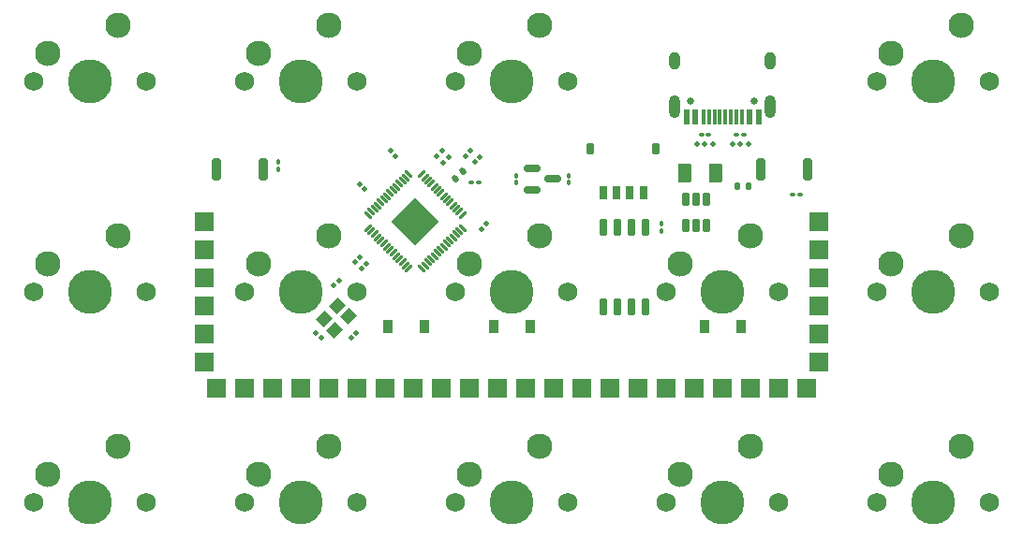
<source format=gbr>
%TF.GenerationSoftware,KiCad,Pcbnew,(7.0.0)*%
%TF.CreationDate,2023-03-18T12:34:52-05:00*%
%TF.ProjectId,Piggyback_2_0,50696767-7962-4616-936b-5f325f302e6b,rev?*%
%TF.SameCoordinates,Original*%
%TF.FileFunction,Soldermask,Bot*%
%TF.FilePolarity,Negative*%
%FSLAX46Y46*%
G04 Gerber Fmt 4.6, Leading zero omitted, Abs format (unit mm)*
G04 Created by KiCad (PCBNEW (7.0.0)) date 2023-03-18 12:34:52*
%MOMM*%
%LPD*%
G01*
G04 APERTURE LIST*
G04 Aperture macros list*
%AMRoundRect*
0 Rectangle with rounded corners*
0 $1 Rounding radius*
0 $2 $3 $4 $5 $6 $7 $8 $9 X,Y pos of 4 corners*
0 Add a 4 corners polygon primitive as box body*
4,1,4,$2,$3,$4,$5,$6,$7,$8,$9,$2,$3,0*
0 Add four circle primitives for the rounded corners*
1,1,$1+$1,$2,$3*
1,1,$1+$1,$4,$5*
1,1,$1+$1,$6,$7*
1,1,$1+$1,$8,$9*
0 Add four rect primitives between the rounded corners*
20,1,$1+$1,$2,$3,$4,$5,0*
20,1,$1+$1,$4,$5,$6,$7,0*
20,1,$1+$1,$6,$7,$8,$9,0*
20,1,$1+$1,$8,$9,$2,$3,0*%
%AMRotRect*
0 Rectangle, with rotation*
0 The origin of the aperture is its center*
0 $1 length*
0 $2 width*
0 $3 Rotation angle, in degrees counterclockwise*
0 Add horizontal line*
21,1,$1,$2,0,0,$3*%
G04 Aperture macros list end*
%ADD10RoundRect,0.200000X-0.200000X-0.800000X0.200000X-0.800000X0.200000X0.800000X-0.200000X0.800000X0*%
%ADD11C,3.987800*%
%ADD12C,1.750000*%
%ADD13C,2.300000*%
%ADD14R,1.700000X1.700000*%
%ADD15C,0.500000*%
%ADD16RoundRect,0.100000X-0.130000X-0.100000X0.130000X-0.100000X0.130000X0.100000X-0.130000X0.100000X0*%
%ADD17RotRect,1.150000X1.000000X45.000000*%
%ADD18RoundRect,0.100000X0.021213X0.162635X-0.162635X-0.021213X-0.021213X-0.162635X0.162635X0.021213X0*%
%ADD19RoundRect,0.100000X0.100000X-0.130000X0.100000X0.130000X-0.100000X0.130000X-0.100000X-0.130000X0*%
%ADD20RoundRect,0.100000X-0.021213X-0.162635X0.162635X0.021213X0.021213X0.162635X-0.162635X-0.021213X0*%
%ADD21RoundRect,0.150000X-0.587500X-0.150000X0.587500X-0.150000X0.587500X0.150000X-0.587500X0.150000X0*%
%ADD22RoundRect,0.135000X-0.135000X-0.185000X0.135000X-0.185000X0.135000X0.185000X-0.135000X0.185000X0*%
%ADD23RoundRect,0.125000X-0.250000X-0.475000X0.250000X-0.475000X0.250000X0.475000X-0.250000X0.475000X0*%
%ADD24RoundRect,0.100000X-0.250000X-0.400000X0.250000X-0.400000X0.250000X0.400000X-0.250000X0.400000X0*%
%ADD25C,0.650000*%
%ADD26R,0.600000X1.450000*%
%ADD27R,0.300000X1.450000*%
%ADD28O,1.000000X1.600000*%
%ADD29O,1.000000X2.100000*%
%ADD30RoundRect,0.100000X0.162635X-0.021213X-0.021213X0.162635X-0.162635X0.021213X0.021213X-0.162635X0*%
%ADD31R,0.900000X1.200000*%
%ADD32RoundRect,0.100000X-0.100000X0.130000X-0.100000X-0.130000X0.100000X-0.130000X0.100000X0.130000X0*%
%ADD33RoundRect,0.150000X0.150000X-0.650000X0.150000X0.650000X-0.150000X0.650000X-0.150000X-0.650000X0*%
%ADD34RoundRect,0.006000X0.359210X-0.226274X-0.226274X0.359210X-0.359210X0.226274X0.226274X-0.359210X0*%
%ADD35RoundRect,0.020000X0.339411X0.226274X0.226274X0.339411X-0.339411X-0.226274X-0.226274X-0.339411X0*%
%ADD36RotRect,3.100000X3.100000X135.000000*%
%ADD37RoundRect,0.250000X0.375000X0.625000X-0.375000X0.625000X-0.375000X-0.625000X0.375000X-0.625000X0*%
%ADD38RoundRect,0.150000X0.150000X-0.475000X0.150000X0.475000X-0.150000X0.475000X-0.150000X-0.475000X0*%
%ADD39RoundRect,0.100000X0.130000X0.100000X-0.130000X0.100000X-0.130000X-0.100000X0.130000X-0.100000X0*%
%ADD40RoundRect,0.140000X0.021213X-0.219203X0.219203X-0.021213X-0.021213X0.219203X-0.219203X0.021213X0*%
G04 APERTURE END LIST*
D10*
%TO.C,SWR1*%
X82037500Y-76200000D03*
X86237500Y-76200000D03*
%TD*%
%TO.C,SWR2*%
X131250000Y-76200000D03*
X135450000Y-76200000D03*
%TD*%
D11*
%TO.C,SW2*%
X89693750Y-68262500D03*
D12*
X84613750Y-68262500D03*
X94773750Y-68262500D03*
D13*
X85883750Y-65722500D03*
X92233750Y-63182500D03*
%TD*%
D11*
%TO.C,SW12*%
X89693750Y-106362500D03*
D12*
X94773750Y-106362500D03*
X84613750Y-106362500D03*
D13*
X85883750Y-103822500D03*
X92233750Y-101282500D03*
%TD*%
D12*
%TO.C,SW5*%
X141763750Y-68262500D03*
D11*
X146843750Y-68262500D03*
D12*
X151923750Y-68262500D03*
D13*
X143033750Y-65722500D03*
X149383750Y-63182500D03*
%TD*%
D12*
%TO.C,SW9*%
X122713750Y-87312500D03*
X132873750Y-87312500D03*
D11*
X127793750Y-87312500D03*
D13*
X123983750Y-84772500D03*
X130333750Y-82232500D03*
%TD*%
D12*
%TO.C,SW14*%
X122713750Y-106362500D03*
X132873750Y-106362500D03*
D11*
X127793750Y-106362500D03*
D13*
X123983750Y-103822500D03*
X130333750Y-101282500D03*
%TD*%
D14*
%TO.C,J1*%
X136524999Y-93662499D03*
X136524999Y-91122499D03*
X136524999Y-88582499D03*
X136524999Y-86042499D03*
X136524999Y-83502499D03*
X136524999Y-80962499D03*
%TD*%
D12*
%TO.C,SW15*%
X151923750Y-106362500D03*
D11*
X146843750Y-106362500D03*
D12*
X141763750Y-106362500D03*
D13*
X143033750Y-103822500D03*
X149383750Y-101282500D03*
%TD*%
D12*
%TO.C,SW7*%
X94773750Y-87312500D03*
X84613750Y-87312500D03*
D11*
X89693750Y-87312500D03*
D13*
X85883750Y-84772500D03*
X92233750Y-82232500D03*
%TD*%
D12*
%TO.C,SW10*%
X151923750Y-87312500D03*
D11*
X146843750Y-87312500D03*
D12*
X141763750Y-87312500D03*
D13*
X143033750Y-84772500D03*
X149383750Y-82232500D03*
%TD*%
D11*
%TO.C,SW11*%
X70643750Y-106362500D03*
D12*
X65563750Y-106362500D03*
X75723750Y-106362500D03*
D13*
X66833750Y-103822500D03*
X73183750Y-101282500D03*
%TD*%
D12*
%TO.C,SW3*%
X103663750Y-68262500D03*
D11*
X108743750Y-68262500D03*
D12*
X113823750Y-68262500D03*
D13*
X104933750Y-65722500D03*
X111283750Y-63182500D03*
%TD*%
D12*
%TO.C,SW1*%
X65563750Y-68262500D03*
X75723750Y-68262500D03*
D11*
X70643750Y-68262500D03*
D13*
X66833750Y-65722500D03*
X73183750Y-63182500D03*
%TD*%
D11*
%TO.C,SW8*%
X108743750Y-87312500D03*
D12*
X103663750Y-87312500D03*
X113823750Y-87312500D03*
D13*
X104933750Y-84772500D03*
X111283750Y-82232500D03*
%TD*%
D11*
%TO.C,SW6*%
X70643750Y-87312500D03*
D12*
X75723750Y-87312500D03*
X65563750Y-87312500D03*
D13*
X66833750Y-84772500D03*
X73183750Y-82232500D03*
%TD*%
D12*
%TO.C,SW13*%
X113823750Y-106362500D03*
D11*
X108743750Y-106362500D03*
D12*
X103663750Y-106362500D03*
D13*
X104933750Y-103822500D03*
X111283750Y-101282500D03*
%TD*%
D15*
%TO.C,REF\u002A\u002A*%
X126923750Y-73968750D03*
X129403750Y-73918750D03*
X126183750Y-73968750D03*
X128663750Y-73918750D03*
X130143750Y-73918750D03*
X125443750Y-73968750D03*
%TD*%
D14*
%TO.C,J5*%
X80962499Y-80962499D03*
X80962499Y-83502499D03*
X80962499Y-86042499D03*
X80962499Y-88582499D03*
X80962499Y-91122499D03*
X80962499Y-93662499D03*
%TD*%
D16*
%TO.C,R8*%
X134120456Y-78499872D03*
X134760456Y-78499872D03*
%TD*%
D17*
%TO.C,Y1*%
X91755056Y-89817493D03*
X92992493Y-88580056D03*
X93982442Y-89570005D03*
X92745005Y-90807442D03*
%TD*%
D18*
%TO.C,C8*%
X95026274Y-84173726D03*
X94573726Y-84626274D03*
%TD*%
D19*
%TO.C,R3*%
X87670560Y-76208957D03*
X87670560Y-75568957D03*
%TD*%
D20*
%TO.C,C5*%
X102573726Y-75632524D03*
X103026274Y-75179976D03*
%TD*%
%TO.C,R4*%
X104573726Y-75026274D03*
X105026274Y-74573726D03*
%TD*%
D21*
%TO.C,U2*%
X110556434Y-78068198D03*
X110556434Y-76168198D03*
X112431434Y-77118198D03*
%TD*%
D22*
%TO.C,R7*%
X129155000Y-77761833D03*
X130175000Y-77761833D03*
%TD*%
D20*
%TO.C,R6*%
X92642476Y-86745024D03*
X93095024Y-86292476D03*
%TD*%
D14*
%TO.C,J2*%
X82068749Y-96043749D03*
X84608749Y-96043749D03*
X87148749Y-96043749D03*
X89688749Y-96043749D03*
X92228749Y-96043749D03*
X94768749Y-96043749D03*
X97308749Y-96043749D03*
X99848749Y-96043749D03*
X102388749Y-96043749D03*
X104928749Y-96043749D03*
X107468749Y-96043749D03*
X110008749Y-96043749D03*
X112548749Y-96043749D03*
X115088749Y-96043749D03*
X117628749Y-96043749D03*
X120168749Y-96043749D03*
X122708749Y-96043749D03*
X125248749Y-96043749D03*
X127788749Y-96043749D03*
X130328749Y-96043749D03*
X132868749Y-96043749D03*
X135408749Y-96043749D03*
%TD*%
D23*
%TO.C,EZ1*%
X117012500Y-78362500D03*
D24*
X121762500Y-74362500D03*
D23*
X118212500Y-78362500D03*
X119412500Y-78362500D03*
D24*
X115862500Y-74362500D03*
D23*
X120612500Y-78362500D03*
%TD*%
D19*
%TO.C,C16*%
X122233397Y-81813692D03*
X122233397Y-81173692D03*
%TD*%
D25*
%TO.C,J3*%
X124903750Y-70068750D03*
X130683750Y-70068750D03*
D26*
X124543749Y-71513749D03*
X125343749Y-71513749D03*
D27*
X126543749Y-71513749D03*
X127543749Y-71513749D03*
X128043749Y-71513749D03*
X129043749Y-71513749D03*
D26*
X130243749Y-71513749D03*
X131043749Y-71513749D03*
X131043749Y-71513749D03*
X130243749Y-71513749D03*
D27*
X129543749Y-71513749D03*
X128543749Y-71513749D03*
X127043749Y-71513749D03*
X126043749Y-71513749D03*
D26*
X125343749Y-71513749D03*
X124543749Y-71513749D03*
D28*
X123473749Y-66418749D03*
D29*
X123473749Y-70598749D03*
D28*
X132113749Y-66418749D03*
D29*
X132113749Y-70598749D03*
%TD*%
D30*
%TO.C,C6*%
X91507524Y-91507524D03*
X91054976Y-91054976D03*
%TD*%
D31*
%TO.C,D1*%
X100868749Y-90487499D03*
X97568749Y-90487499D03*
%TD*%
%TO.C,D2*%
X110393749Y-90487499D03*
X107093749Y-90487499D03*
%TD*%
D32*
%TO.C,C2*%
X109112684Y-76798198D03*
X109112684Y-77438198D03*
%TD*%
D31*
%TO.C,D3*%
X129443749Y-90487499D03*
X126143749Y-90487499D03*
%TD*%
D33*
%TO.C,U4*%
X120779126Y-88728552D03*
X119509126Y-88728552D03*
X118239126Y-88728552D03*
X116969126Y-88728552D03*
X116969126Y-81528552D03*
X118239126Y-81528552D03*
X119509126Y-81528552D03*
X120779126Y-81528552D03*
%TD*%
D34*
%TO.C,U1*%
X104279889Y-81552934D03*
X103997047Y-81835777D03*
X103714204Y-82118620D03*
X103431361Y-82401462D03*
X103148519Y-82684305D03*
X102865676Y-82967148D03*
X102582833Y-83249990D03*
X102299990Y-83532833D03*
X102017148Y-83815676D03*
X101734305Y-84098519D03*
X101451462Y-84381361D03*
X101168620Y-84664204D03*
X100885777Y-84947047D03*
X100602934Y-85229889D03*
D35*
X99422066Y-85229889D03*
X99139223Y-84947047D03*
X98856380Y-84664204D03*
X98573538Y-84381361D03*
X98290695Y-84098519D03*
X98007852Y-83815676D03*
X97725010Y-83532833D03*
X97442167Y-83249990D03*
X97159324Y-82967148D03*
X96876481Y-82684305D03*
X96593639Y-82401462D03*
X96310796Y-82118620D03*
X96027953Y-81835777D03*
X95745111Y-81552934D03*
D34*
X95745111Y-80372066D03*
X96027953Y-80089223D03*
X96310796Y-79806380D03*
X96593639Y-79523538D03*
X96876481Y-79240695D03*
X97159324Y-78957852D03*
X97442167Y-78675010D03*
X97725010Y-78392167D03*
X98007852Y-78109324D03*
X98290695Y-77826481D03*
X98573538Y-77543639D03*
X98856380Y-77260796D03*
X99139223Y-76977953D03*
X99422066Y-76695111D03*
D35*
X100602934Y-76695111D03*
X100885777Y-76977953D03*
X101168620Y-77260796D03*
X101451462Y-77543639D03*
X101734305Y-77826481D03*
X102017148Y-78109324D03*
X102299990Y-78392167D03*
X102582833Y-78675010D03*
X102865676Y-78957852D03*
X103148519Y-79240695D03*
X103431361Y-79523538D03*
X103714204Y-79806380D03*
X103997047Y-80089223D03*
X104279889Y-80372066D03*
D36*
X100012499Y-80962499D03*
%TD*%
D30*
%TO.C,C10*%
X95426274Y-78026274D03*
X94973726Y-77573726D03*
%TD*%
D20*
%TO.C,C3*%
X101973726Y-75026274D03*
X102426274Y-74573726D03*
%TD*%
D37*
%TO.C,F1*%
X127212500Y-76562500D03*
X124412500Y-76562500D03*
%TD*%
D32*
%TO.C,C1*%
X113875184Y-76798198D03*
X113875184Y-77438198D03*
%TD*%
D16*
%TO.C,C7*%
X105080000Y-77400000D03*
X105720000Y-77400000D03*
%TD*%
D18*
%TO.C,C15*%
X94682524Y-91054976D03*
X94229976Y-91507524D03*
%TD*%
D20*
%TO.C,R5*%
X105386226Y-75588774D03*
X105838774Y-75136226D03*
%TD*%
D16*
%TO.C,R1*%
X125886250Y-73125000D03*
X126526250Y-73125000D03*
%TD*%
D20*
%TO.C,C12*%
X105973726Y-81626274D03*
X106426274Y-81173726D03*
%TD*%
D38*
%TO.C,U3*%
X126362500Y-81293198D03*
X125412500Y-81293198D03*
X124462500Y-81293198D03*
X124462500Y-78943198D03*
X125412500Y-78943198D03*
X126362500Y-78943198D03*
%TD*%
D39*
%TO.C,R2*%
X129701250Y-73125000D03*
X129061250Y-73125000D03*
%TD*%
D40*
%TO.C,C4*%
X103660589Y-77057609D03*
X104339411Y-76378787D03*
%TD*%
D18*
%TO.C,C9*%
X95626274Y-84773726D03*
X95173726Y-85226274D03*
%TD*%
D30*
%TO.C,C11*%
X98238774Y-75026274D03*
X97786226Y-74573726D03*
%TD*%
M02*

</source>
